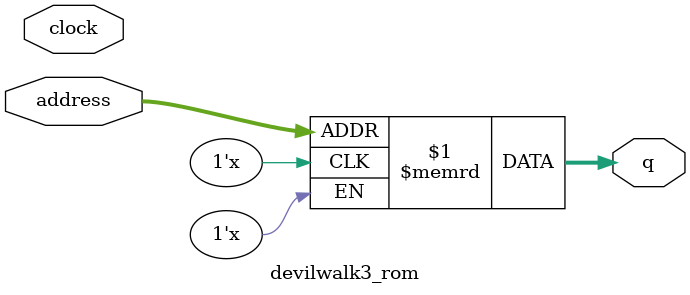
<source format=sv>
module devilwalk3_rom (
	input logic clock,
	input logic [13:0] address,
	output logic [3:0] q
);

logic [3:0] memory [0:9999] /* synthesis ram_init_file = "./devilwalk3/devilwalk3.mif" */;

assign q = memory[address];

endmodule

</source>
